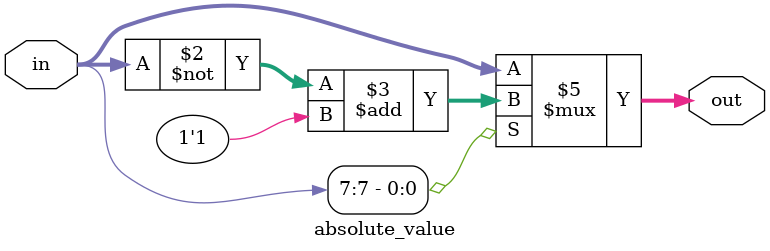
<source format=sv>
module audio_intensity
	(	
	input logic clk, // Syncronized to audio clock, so we can assume a new sample has been passed at each incrememt
	input logic reset, 			
	input logic [7:0] audio_data, // current audio data
	output logic [7:0] intensity	// output average magnitude
	); 

logic [1:0] 	state; // state variable 
logic [7:0]		prev_sample,	// additional module inputs and outputs 
					increment,
					abs_val,
					sum_upper; 

logic [15:0] 	sum; // 16-bit sum of samples, taking upper byte is the same as division by 256

parameter 		CHECK = 2'b00, // List of states 
					INC	= 2'b01, 
					PRINT = 2'b10; 
					
always_ff @(posedge clk or posedge reset) begin 
	if (reset)	begin			// Reset condition
						state 		<= CHECK; 
						sum 			<= 16'b0; 
						increment 	<= 8'b0; 
					end 
	else 
	case (state)
		CHECK:	begin 
						increment 	<= increment + 1'b1; // Increment couner when SM starts
						state			<= INC; 
					end
		INC:		begin 
						sum 			+= abs_val;	// add absolute value of sample to sum
						if (&increment)
							state 	<= PRINT; 
						else 
							state 	<= CHECK; 
					end 
		PRINT: 	begin 	
						sum_upper 	<= sum[15:8];	// Take upper bits of sum when counter reached 255
						sum 			<= 16'b0;  // reset sum 
						state 		<= CHECK; 
					end 
	default			state 		<= CHECK; 
	endcase
end  
			
reverse_bits reverse
		(
		.in(sum_upper),
		.out(intensity)
		);
		
absolute_value take_abs
		(
		.in(audio_data),
		.out(abs_val)
		);
		
endmodule 

// Identifies most significant bit and maps magnitude to LEDs accordingly 
module reverse_bits
	(	
	input logic [7:0] in, 
	output logic [7:0] out
	);

always_comb
	casex(in)
		8'b1xxxxxxx:	out <= 8'd255;
		8'b01xxxxxx:	out <= 8'd254;
		8'b001xxxxx:	out <= 8'd252;
		8'b0001xxxx:	out <= 8'd248;
		8'b00001xxx:	out <= 8'd240;
		8'b000001xx:	out <= 8'd224;
		8'b0000001x:	out <= 8'd192;
		8'b00000001:	out <= 8'd128;
	default out <= 8'b0; 
	endcase
endmodule 

// Checks if the most significant bit is high (negative number), and performs 2s compliment sign flip 
module absolute_value		
	(	
	input logic [7:0] in, 
	output logic [7:0] out
	);
	
always_comb 
	if(in[7])	out <= ~in + 1'b1; 
	else			out <= in; 
	
endmodule 	
</source>
